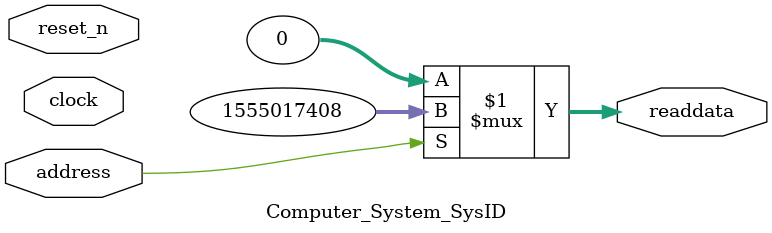
<source format=v>



// synthesis translate_off
`timescale 1ns / 1ps
// synthesis translate_on

// turn off superfluous verilog processor warnings 
// altera message_level Level1 
// altera message_off 10034 10035 10036 10037 10230 10240 10030 

module Computer_System_SysID (
               // inputs:
                address,
                clock,
                reset_n,

               // outputs:
                readdata
             )
;

  output  [ 31: 0] readdata;
  input            address;
  input            clock;
  input            reset_n;

  wire    [ 31: 0] readdata;
  //control_slave, which is an e_avalon_slave
  assign readdata = address ? 1555017408 : 0;

endmodule



</source>
